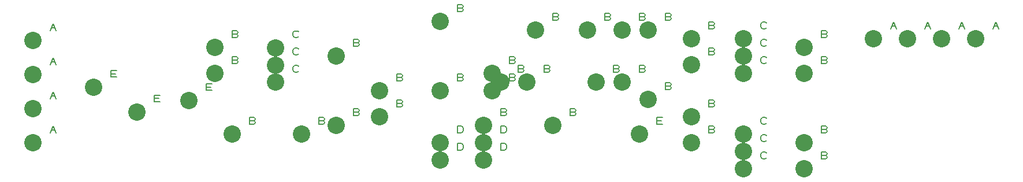
<source format=gbr>
G04 EasyPC Gerber Version 21.0.3 Build 4286 *
G04 #@! TF.Part,Single*
G04 #@! TF.FileFunction,Drillmap *
G04 #@! TF.FilePolarity,Positive *
%FSLAX35Y35*%
%MOIN*%
%ADD17C,0.00500*%
G04 #@! TA.AperFunction,ComponentPad*
%ADD16C,0.10000*%
X0Y0D02*
D02*
D16*
X20250Y30250D03*
Y49935D03*
Y69620D03*
Y89305D03*
X55250Y62376D03*
X80250Y48124D03*
X110250Y54750D03*
X125250Y70250D03*
Y85250D03*
X135250Y35250D03*
X160250Y65250D03*
Y75230D03*
Y85211D03*
X175250Y35250D03*
X195250Y40250D03*
Y80250D03*
X220250Y45250D03*
Y60250D03*
X255250Y20250D03*
Y30250D03*
Y60250D03*
Y100250D03*
X280250Y20250D03*
Y30250D03*
Y40250D03*
X285250Y60250D03*
Y70250D03*
X290250Y65250D03*
X305250D03*
X310250Y95250D03*
X320250Y40250D03*
X340250Y95250D03*
X345250Y65250D03*
X360250D03*
Y95250D03*
X370250Y35250D03*
X375250Y55250D03*
Y95250D03*
X400250Y30250D03*
Y45250D03*
Y75250D03*
Y90250D03*
X430250Y15289D03*
Y25270D03*
Y35250D03*
Y70289D03*
Y80270D03*
Y90250D03*
X465250Y15250D03*
Y30250D03*
Y70250D03*
Y85250D03*
X505250Y90250D03*
X524935D03*
X544620D03*
X564305D03*
D02*
D17*
X30250Y36187D02*
X31813Y39937D01*
X33375Y36187*
X30875Y37750D02*
X32750D01*
X30250Y55872D02*
X31813Y59622D01*
X33375Y55872*
X30875Y57435D02*
X32750D01*
X30250Y75557D02*
X31813Y79307D01*
X33375Y75557*
X30875Y77120D02*
X32750D01*
X30250Y95243D02*
X31813Y98993D01*
X33375Y95243*
X30875Y96805D02*
X32750D01*
X65250Y68313D02*
Y72063D01*
X68375*
X67750Y70189D02*
X65250D01*
Y68313D02*
X68375D01*
X90250Y54061D02*
Y57811D01*
X93375*
X92750Y55937D02*
X90250D01*
Y54061D02*
X93375D01*
X120250Y60687D02*
Y64437D01*
X123375*
X122750Y62563D02*
X120250D01*
Y60687D02*
X123375D01*
X137437Y78063D02*
X138063Y77750D01*
X138375Y77125*
X138063Y76500*
X137437Y76187*
X135250*
Y79937*
X137437*
X138063Y79625*
X138375Y79000*
X138063Y78375*
X137437Y78063*
X135250*
X137437Y93063D02*
X138063Y92750D01*
X138375Y92125*
X138063Y91500*
X137437Y91187*
X135250*
Y94937*
X137437*
X138063Y94625*
X138375Y94000*
X138063Y93375*
X137437Y93063*
X135250*
X147437Y43063D02*
X148063Y42750D01*
X148375Y42125*
X148063Y41500*
X147437Y41187*
X145250*
Y44937*
X147437*
X148063Y44625*
X148375Y44000*
X148063Y43375*
X147437Y43063*
X145250*
X173375Y71813D02*
X173063Y71500D01*
X172437Y71187*
X171500*
X170875Y71500*
X170563Y71813*
X170250Y72437*
Y73687*
X170563Y74313*
X170875Y74625*
X171500Y74937*
X172437*
X173063Y74625*
X173375Y74313*
Y81793D02*
X173063Y81480D01*
X172437Y81168*
X171500*
X170875Y81480*
X170563Y81793*
X170250Y82418*
Y83668*
X170563Y84293*
X170875Y84606*
X171500Y84918*
X172437*
X173063Y84606*
X173375Y84293*
Y91773D02*
X173063Y91461D01*
X172437Y91148*
X171500*
X170875Y91461*
X170563Y91773*
X170250Y92398*
Y93648*
X170563Y94273*
X170875Y94586*
X171500Y94898*
X172437*
X173063Y94586*
X173375Y94273*
X187437Y43063D02*
X188063Y42750D01*
X188375Y42125*
X188063Y41500*
X187437Y41187*
X185250*
Y44937*
X187437*
X188063Y44625*
X188375Y44000*
X188063Y43375*
X187437Y43063*
X185250*
X207437Y48063D02*
X208063Y47750D01*
X208375Y47125*
X208063Y46500*
X207437Y46187*
X205250*
Y49937*
X207437*
X208063Y49625*
X208375Y49000*
X208063Y48375*
X207437Y48063*
X205250*
X207437Y88063D02*
X208063Y87750D01*
X208375Y87125*
X208063Y86500*
X207437Y86187*
X205250*
Y89937*
X207437*
X208063Y89625*
X208375Y89000*
X208063Y88375*
X207437Y88063*
X205250*
X232437Y53063D02*
X233063Y52750D01*
X233375Y52125*
X233063Y51500*
X232437Y51187*
X230250*
Y54937*
X232437*
X233063Y54625*
X233375Y54000*
X233063Y53375*
X232437Y53063*
X230250*
X232437Y68063D02*
X233063Y67750D01*
X233375Y67125*
X233063Y66500*
X232437Y66187*
X230250*
Y69937*
X232437*
X233063Y69625*
X233375Y69000*
X233063Y68375*
X232437Y68063*
X230250*
X265250Y26187D02*
Y29937D01*
X267125*
X267750Y29625*
X268063Y29313*
X268375Y28687*
Y27437*
X268063Y26813*
X267750Y26500*
X267125Y26187*
X265250*
Y36187D02*
Y39937D01*
X267125*
X267750Y39625*
X268063Y39313*
X268375Y38687*
Y37437*
X268063Y36813*
X267750Y36500*
X267125Y36187*
X265250*
X267437Y68063D02*
X268063Y67750D01*
X268375Y67125*
X268063Y66500*
X267437Y66187*
X265250*
Y69937*
X267437*
X268063Y69625*
X268375Y69000*
X268063Y68375*
X267437Y68063*
X265250*
X267437Y108063D02*
X268063Y107750D01*
X268375Y107125*
X268063Y106500*
X267437Y106187*
X265250*
Y109937*
X267437*
X268063Y109625*
X268375Y109000*
X268063Y108375*
X267437Y108063*
X265250*
X290250Y26187D02*
Y29937D01*
X292125*
X292750Y29625*
X293063Y29313*
X293375Y28687*
Y27437*
X293063Y26813*
X292750Y26500*
X292125Y26187*
X290250*
Y36187D02*
Y39937D01*
X292125*
X292750Y39625*
X293063Y39313*
X293375Y38687*
Y37437*
X293063Y36813*
X292750Y36500*
X292125Y36187*
X290250*
X292437Y48063D02*
X293063Y47750D01*
X293375Y47125*
X293063Y46500*
X292437Y46187*
X290250*
Y49937*
X292437*
X293063Y49625*
X293375Y49000*
X293063Y48375*
X292437Y48063*
X290250*
X297437Y68063D02*
X298063Y67750D01*
X298375Y67125*
X298063Y66500*
X297437Y66187*
X295250*
Y69937*
X297437*
X298063Y69625*
X298375Y69000*
X298063Y68375*
X297437Y68063*
X295250*
X297437Y78063D02*
X298063Y77750D01*
X298375Y77125*
X298063Y76500*
X297437Y76187*
X295250*
Y79937*
X297437*
X298063Y79625*
X298375Y79000*
X298063Y78375*
X297437Y78063*
X295250*
X302437Y73063D02*
X303063Y72750D01*
X303375Y72125*
X303063Y71500*
X302437Y71187*
X300250*
Y74937*
X302437*
X303063Y74625*
X303375Y74000*
X303063Y73375*
X302437Y73063*
X300250*
X317437D02*
X318063Y72750D01*
X318375Y72125*
X318063Y71500*
X317437Y71187*
X315250*
Y74937*
X317437*
X318063Y74625*
X318375Y74000*
X318063Y73375*
X317437Y73063*
X315250*
X322437Y103063D02*
X323063Y102750D01*
X323375Y102125*
X323063Y101500*
X322437Y101187*
X320250*
Y104937*
X322437*
X323063Y104625*
X323375Y104000*
X323063Y103375*
X322437Y103063*
X320250*
X332437Y48063D02*
X333063Y47750D01*
X333375Y47125*
X333063Y46500*
X332437Y46187*
X330250*
Y49937*
X332437*
X333063Y49625*
X333375Y49000*
X333063Y48375*
X332437Y48063*
X330250*
X352437Y103063D02*
X353063Y102750D01*
X353375Y102125*
X353063Y101500*
X352437Y101187*
X350250*
Y104937*
X352437*
X353063Y104625*
X353375Y104000*
X353063Y103375*
X352437Y103063*
X350250*
X357437Y73063D02*
X358063Y72750D01*
X358375Y72125*
X358063Y71500*
X357437Y71187*
X355250*
Y74937*
X357437*
X358063Y74625*
X358375Y74000*
X358063Y73375*
X357437Y73063*
X355250*
X372437D02*
X373063Y72750D01*
X373375Y72125*
X373063Y71500*
X372437Y71187*
X370250*
Y74937*
X372437*
X373063Y74625*
X373375Y74000*
X373063Y73375*
X372437Y73063*
X370250*
X372437Y103063D02*
X373063Y102750D01*
X373375Y102125*
X373063Y101500*
X372437Y101187*
X370250*
Y104937*
X372437*
X373063Y104625*
X373375Y104000*
X373063Y103375*
X372437Y103063*
X370250*
X380250Y41187D02*
Y44937D01*
X383375*
X382750Y43063D02*
X380250D01*
Y41187D02*
X383375D01*
X387437Y63063D02*
X388063Y62750D01*
X388375Y62125*
X388063Y61500*
X387437Y61187*
X385250*
Y64937*
X387437*
X388063Y64625*
X388375Y64000*
X388063Y63375*
X387437Y63063*
X385250*
X387437Y103063D02*
X388063Y102750D01*
X388375Y102125*
X388063Y101500*
X387437Y101187*
X385250*
Y104937*
X387437*
X388063Y104625*
X388375Y104000*
X388063Y103375*
X387437Y103063*
X385250*
X412437Y38063D02*
X413063Y37750D01*
X413375Y37125*
X413063Y36500*
X412437Y36187*
X410250*
Y39937*
X412437*
X413063Y39625*
X413375Y39000*
X413063Y38375*
X412437Y38063*
X410250*
X412437Y53063D02*
X413063Y52750D01*
X413375Y52125*
X413063Y51500*
X412437Y51187*
X410250*
Y54937*
X412437*
X413063Y54625*
X413375Y54000*
X413063Y53375*
X412437Y53063*
X410250*
X412437Y83063D02*
X413063Y82750D01*
X413375Y82125*
X413063Y81500*
X412437Y81187*
X410250*
Y84937*
X412437*
X413063Y84625*
X413375Y84000*
X413063Y83375*
X412437Y83063*
X410250*
X412437Y98063D02*
X413063Y97750D01*
X413375Y97125*
X413063Y96500*
X412437Y96187*
X410250*
Y99937*
X412437*
X413063Y99625*
X413375Y99000*
X413063Y98375*
X412437Y98063*
X410250*
X443375Y21852D02*
X443063Y21539D01*
X442437Y21227*
X441500*
X440875Y21539*
X440563Y21852*
X440250Y22477*
Y23727*
X440563Y24352*
X440875Y24665*
X441500Y24977*
X442437*
X443063Y24665*
X443375Y24352*
Y31832D02*
X443063Y31520D01*
X442437Y31207*
X441500*
X440875Y31520*
X440563Y31832*
X440250Y32457*
Y33707*
X440563Y34332*
X440875Y34645*
X441500Y34957*
X442437*
X443063Y34645*
X443375Y34332*
Y41813D02*
X443063Y41500D01*
X442437Y41187*
X441500*
X440875Y41500*
X440563Y41813*
X440250Y42437*
Y43687*
X440563Y44313*
X440875Y44625*
X441500Y44937*
X442437*
X443063Y44625*
X443375Y44313*
Y76852D02*
X443063Y76539D01*
X442437Y76227*
X441500*
X440875Y76539*
X440563Y76852*
X440250Y77477*
Y78727*
X440563Y79352*
X440875Y79665*
X441500Y79977*
X442437*
X443063Y79665*
X443375Y79352*
Y86832D02*
X443063Y86520D01*
X442437Y86207*
X441500*
X440875Y86520*
X440563Y86832*
X440250Y87457*
Y88707*
X440563Y89332*
X440875Y89645*
X441500Y89957*
X442437*
X443063Y89645*
X443375Y89332*
Y96813D02*
X443063Y96500D01*
X442437Y96187*
X441500*
X440875Y96500*
X440563Y96813*
X440250Y97437*
Y98687*
X440563Y99313*
X440875Y99625*
X441500Y99937*
X442437*
X443063Y99625*
X443375Y99313*
X477437Y23063D02*
X478063Y22750D01*
X478375Y22125*
X478063Y21500*
X477437Y21187*
X475250*
Y24937*
X477437*
X478063Y24625*
X478375Y24000*
X478063Y23375*
X477437Y23063*
X475250*
X477437Y38063D02*
X478063Y37750D01*
X478375Y37125*
X478063Y36500*
X477437Y36187*
X475250*
Y39937*
X477437*
X478063Y39625*
X478375Y39000*
X478063Y38375*
X477437Y38063*
X475250*
X477437Y78063D02*
X478063Y77750D01*
X478375Y77125*
X478063Y76500*
X477437Y76187*
X475250*
Y79937*
X477437*
X478063Y79625*
X478375Y79000*
X478063Y78375*
X477437Y78063*
X475250*
X477437Y93063D02*
X478063Y92750D01*
X478375Y92125*
X478063Y91500*
X477437Y91187*
X475250*
Y94937*
X477437*
X478063Y94625*
X478375Y94000*
X478063Y93375*
X477437Y93063*
X475250*
X515250Y96187D02*
X516813Y99937D01*
X518375Y96187*
X515875Y97750D02*
X517750D01*
X534935Y96187D02*
X536498Y99937D01*
X538060Y96187*
X535560Y97750D02*
X537435D01*
X554620Y96187D02*
X556183Y99937D01*
X557745Y96187*
X555245Y97750D02*
X557120D01*
X574305Y96187D02*
X575868Y99937D01*
X577430Y96187*
X574930Y97750D02*
X576805D01*
X0Y0D02*
M02*

</source>
